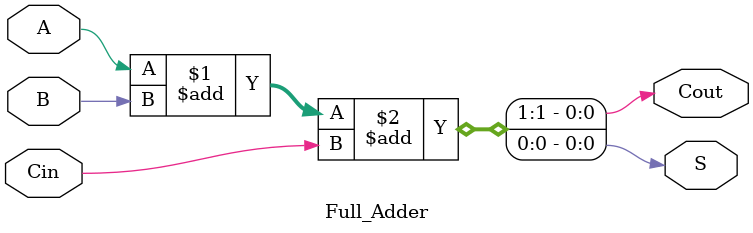
<source format=v>


module top (SW, LEDG);

	input [8:0] SW;
	output [4:0] LEDG;
	wire [3:0]S;
	wire [4:0]C;
	assign C[0]=SW[8];
	Full_Adder F0(SW[0],SW[4],C[0],S[0],C[1]);
	Full_Adder F1(SW[1],SW[5],C[1],S[1],C[2]);
	Full_Adder F2(SW[2],SW[6],C[2],S[2],C[3]);
	Full_Adder F3(SW[3],SW[7],C[3],S[3],C[4]);
	assign LEDG[4:0]={C[4],S[3:0]};

endmodule


module Full_Adder(A, B, Cin, S, Cout);

input A,B,Cin;
output S,Cout;
assign {Cout,S} = A+B+Cin;

endmodule
</source>
